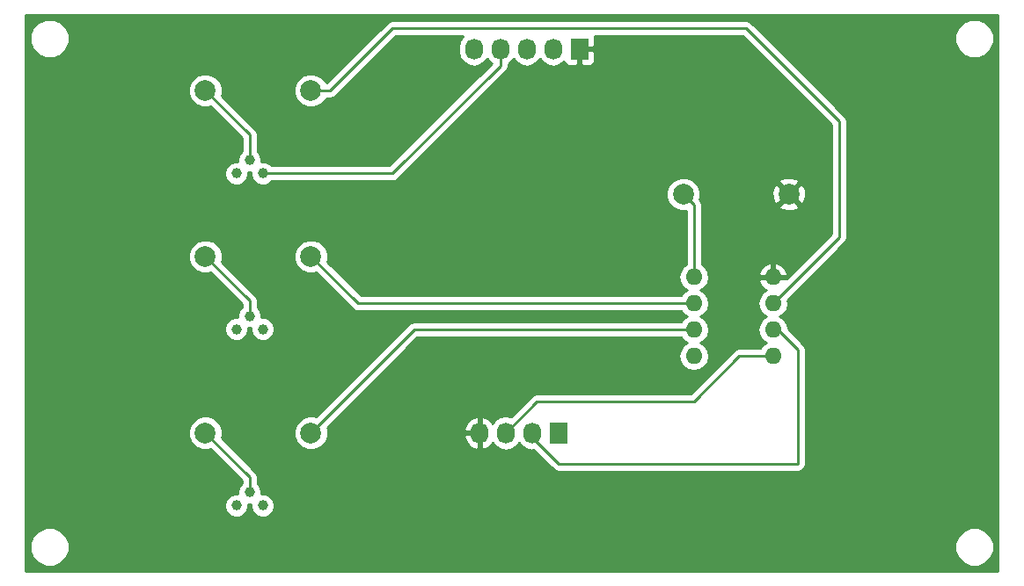
<source format=gbr>
G04 #@! TF.FileFunction,Copper,L1,Top,Signal*
%FSLAX46Y46*%
G04 Gerber Fmt 4.6, Leading zero omitted, Abs format (unit mm)*
G04 Created by KiCad (PCBNEW 4.0.5+dfsg1-4) date Sun Jul  1 16:29:06 2018*
%MOMM*%
%LPD*%
G01*
G04 APERTURE LIST*
%ADD10C,0.100000*%
%ADD11R,1.727200X2.032000*%
%ADD12O,1.727200X2.032000*%
%ADD13C,1.000760*%
%ADD14C,1.998980*%
%ADD15O,1.600000X1.600000*%
%ADD16C,0.250000*%
%ADD17C,0.254000*%
G04 APERTURE END LIST*
D10*
D11*
X82000000Y-26000000D03*
D12*
X79460000Y-26000000D03*
X76920000Y-26000000D03*
X74380000Y-26000000D03*
X71840000Y-26000000D03*
D13*
X50270000Y-68730000D03*
X51540000Y-70000000D03*
X49000000Y-70000000D03*
X50270000Y-51730000D03*
X51540000Y-53000000D03*
X49000000Y-53000000D03*
X50270000Y-36730000D03*
X51540000Y-38000000D03*
X49000000Y-38000000D03*
D14*
X46000000Y-63000000D03*
X56160000Y-63000000D03*
X46000000Y-46000000D03*
X56160000Y-46000000D03*
X46000000Y-30000000D03*
X56160000Y-30000000D03*
X92000000Y-40000000D03*
X102160000Y-40000000D03*
D15*
X93000000Y-48000000D03*
X93000000Y-50540000D03*
X93000000Y-53080000D03*
X93000000Y-55620000D03*
X100620000Y-55620000D03*
X100620000Y-53080000D03*
X100620000Y-50540000D03*
X100620000Y-48000000D03*
D11*
X80000000Y-63000000D03*
D12*
X77460000Y-63000000D03*
X74920000Y-63000000D03*
X72380000Y-63000000D03*
D16*
X93000000Y-48000000D02*
X93000000Y-41000000D01*
X93000000Y-41000000D02*
X92000000Y-40000000D01*
X93000000Y-50540000D02*
X60700000Y-50540000D01*
X60700000Y-50540000D02*
X56160000Y-46000000D01*
X93000000Y-53080000D02*
X66080000Y-53080000D01*
X66080000Y-53080000D02*
X56160000Y-63000000D01*
X100620000Y-55620000D02*
X97380000Y-55620000D01*
X77920000Y-60000000D02*
X74920000Y-63000000D01*
X93000000Y-60000000D02*
X77920000Y-60000000D01*
X97380000Y-55620000D02*
X93000000Y-60000000D01*
X100620000Y-53080000D02*
X101080000Y-53080000D01*
X101080000Y-53080000D02*
X103000000Y-55000000D01*
X80000000Y-66000000D02*
X77460000Y-63460000D01*
X103000000Y-66000000D02*
X80000000Y-66000000D01*
X103000000Y-55000000D02*
X103000000Y-66000000D01*
X77460000Y-63460000D02*
X77460000Y-63000000D01*
X100620000Y-53080000D02*
X100620000Y-53380000D01*
X56160000Y-30000000D02*
X58000000Y-30000000D01*
X107000000Y-44160000D02*
X100620000Y-50540000D01*
X107000000Y-33000000D02*
X107000000Y-44160000D01*
X98000000Y-24000000D02*
X107000000Y-33000000D01*
X64000000Y-24000000D02*
X98000000Y-24000000D01*
X58000000Y-30000000D02*
X64000000Y-24000000D01*
X100620000Y-48000000D02*
X100620000Y-41540000D01*
X100620000Y-41540000D02*
X102160000Y-40000000D01*
X50270000Y-68730000D02*
X50270000Y-67270000D01*
X50270000Y-67270000D02*
X46000000Y-63000000D01*
X50270000Y-51730000D02*
X50270000Y-50270000D01*
X50270000Y-50270000D02*
X46000000Y-46000000D01*
X50270000Y-36730000D02*
X50270000Y-34270000D01*
X50270000Y-34270000D02*
X46000000Y-30000000D01*
X74380000Y-26000000D02*
X74380000Y-27620000D01*
X64000000Y-38000000D02*
X51540000Y-38000000D01*
X74380000Y-27620000D02*
X64000000Y-38000000D01*
D17*
G36*
X122290000Y-76290000D02*
X28710000Y-76290000D01*
X28710000Y-74373305D01*
X29114674Y-74373305D01*
X29401043Y-75066372D01*
X29930839Y-75597093D01*
X30623405Y-75884672D01*
X31373305Y-75885326D01*
X32066372Y-75598957D01*
X32597093Y-75069161D01*
X32884672Y-74376595D01*
X32884674Y-74373305D01*
X118114674Y-74373305D01*
X118401043Y-75066372D01*
X118930839Y-75597093D01*
X119623405Y-75884672D01*
X120373305Y-75885326D01*
X121066372Y-75598957D01*
X121597093Y-75069161D01*
X121884672Y-74376595D01*
X121885326Y-73626695D01*
X121598957Y-72933628D01*
X121069161Y-72402907D01*
X120376595Y-72115328D01*
X119626695Y-72114674D01*
X118933628Y-72401043D01*
X118402907Y-72930839D01*
X118115328Y-73623405D01*
X118114674Y-74373305D01*
X32884674Y-74373305D01*
X32885326Y-73626695D01*
X32598957Y-72933628D01*
X32069161Y-72402907D01*
X31376595Y-72115328D01*
X30626695Y-72114674D01*
X29933628Y-72401043D01*
X29402907Y-72930839D01*
X29115328Y-73623405D01*
X29114674Y-74373305D01*
X28710000Y-74373305D01*
X28710000Y-63323694D01*
X44365226Y-63323694D01*
X44613538Y-63924655D01*
X45072927Y-64384846D01*
X45673453Y-64634206D01*
X46323694Y-64634774D01*
X46490889Y-64565691D01*
X49510000Y-67584802D01*
X49510000Y-67884405D01*
X49308033Y-68086019D01*
X49134818Y-68503168D01*
X49134503Y-68864737D01*
X48775150Y-68864424D01*
X48357699Y-69036911D01*
X48038033Y-69356019D01*
X47864818Y-69773168D01*
X47864424Y-70224850D01*
X48036911Y-70642301D01*
X48356019Y-70961967D01*
X48773168Y-71135182D01*
X49224850Y-71135576D01*
X49642301Y-70963089D01*
X49961967Y-70643981D01*
X50135182Y-70226832D01*
X50135497Y-69865263D01*
X50404737Y-69865497D01*
X50404424Y-70224850D01*
X50576911Y-70642301D01*
X50896019Y-70961967D01*
X51313168Y-71135182D01*
X51764850Y-71135576D01*
X52182301Y-70963089D01*
X52501967Y-70643981D01*
X52675182Y-70226832D01*
X52675576Y-69775150D01*
X52503089Y-69357699D01*
X52183981Y-69038033D01*
X51766832Y-68864818D01*
X51405263Y-68864503D01*
X51405576Y-68505150D01*
X51233089Y-68087699D01*
X51030000Y-67884255D01*
X51030000Y-67270000D01*
X50972148Y-66979161D01*
X50807401Y-66732599D01*
X47565885Y-63491083D01*
X47634206Y-63326547D01*
X47634774Y-62676306D01*
X47386462Y-62075345D01*
X46927073Y-61615154D01*
X46326547Y-61365794D01*
X45676306Y-61365226D01*
X45075345Y-61613538D01*
X44615154Y-62072927D01*
X44365794Y-62673453D01*
X44365226Y-63323694D01*
X28710000Y-63323694D01*
X28710000Y-46323694D01*
X44365226Y-46323694D01*
X44613538Y-46924655D01*
X45072927Y-47384846D01*
X45673453Y-47634206D01*
X46323694Y-47634774D01*
X46490889Y-47565691D01*
X49510000Y-50584802D01*
X49510000Y-50884405D01*
X49308033Y-51086019D01*
X49134818Y-51503168D01*
X49134503Y-51864737D01*
X48775150Y-51864424D01*
X48357699Y-52036911D01*
X48038033Y-52356019D01*
X47864818Y-52773168D01*
X47864424Y-53224850D01*
X48036911Y-53642301D01*
X48356019Y-53961967D01*
X48773168Y-54135182D01*
X49224850Y-54135576D01*
X49642301Y-53963089D01*
X49961967Y-53643981D01*
X50135182Y-53226832D01*
X50135497Y-52865263D01*
X50404737Y-52865497D01*
X50404424Y-53224850D01*
X50576911Y-53642301D01*
X50896019Y-53961967D01*
X51313168Y-54135182D01*
X51764850Y-54135576D01*
X52182301Y-53963089D01*
X52501967Y-53643981D01*
X52675182Y-53226832D01*
X52675576Y-52775150D01*
X52503089Y-52357699D01*
X52183981Y-52038033D01*
X51766832Y-51864818D01*
X51405263Y-51864503D01*
X51405576Y-51505150D01*
X51233089Y-51087699D01*
X51030000Y-50884255D01*
X51030000Y-50270000D01*
X50972148Y-49979161D01*
X50807401Y-49732599D01*
X47565885Y-46491083D01*
X47634206Y-46326547D01*
X47634208Y-46323694D01*
X54525226Y-46323694D01*
X54773538Y-46924655D01*
X55232927Y-47384846D01*
X55833453Y-47634206D01*
X56483694Y-47634774D01*
X56650889Y-47565691D01*
X60162599Y-51077401D01*
X60409161Y-51242148D01*
X60700000Y-51300000D01*
X91787005Y-51300000D01*
X91957189Y-51554698D01*
X92339275Y-51810000D01*
X91957189Y-52065302D01*
X91787005Y-52320000D01*
X66080000Y-52320000D01*
X65789161Y-52377852D01*
X65542599Y-52542599D01*
X56651083Y-61434115D01*
X56486547Y-61365794D01*
X55836306Y-61365226D01*
X55235345Y-61613538D01*
X54775154Y-62072927D01*
X54525794Y-62673453D01*
X54525226Y-63323694D01*
X54773538Y-63924655D01*
X55232927Y-64384846D01*
X55833453Y-64634206D01*
X56483694Y-64634774D01*
X57084655Y-64386462D01*
X57544846Y-63927073D01*
X57779520Y-63361913D01*
X70894816Y-63361913D01*
X71088046Y-63914320D01*
X71477964Y-64350732D01*
X72005209Y-64604709D01*
X72020974Y-64607358D01*
X72253000Y-64486217D01*
X72253000Y-63127000D01*
X71039076Y-63127000D01*
X70894816Y-63361913D01*
X57779520Y-63361913D01*
X57794206Y-63326547D01*
X57794774Y-62676306D01*
X57778983Y-62638087D01*
X70894816Y-62638087D01*
X71039076Y-62873000D01*
X72253000Y-62873000D01*
X72253000Y-61513783D01*
X72020974Y-61392642D01*
X72005209Y-61395291D01*
X71477964Y-61649268D01*
X71088046Y-62085680D01*
X70894816Y-62638087D01*
X57778983Y-62638087D01*
X57725691Y-62509111D01*
X66394802Y-53840000D01*
X91787005Y-53840000D01*
X91957189Y-54094698D01*
X92339275Y-54350000D01*
X91957189Y-54605302D01*
X91646120Y-55070849D01*
X91536887Y-55620000D01*
X91646120Y-56169151D01*
X91957189Y-56634698D01*
X92422736Y-56945767D01*
X92971887Y-57055000D01*
X93028113Y-57055000D01*
X93577264Y-56945767D01*
X94042811Y-56634698D01*
X94353880Y-56169151D01*
X94463113Y-55620000D01*
X94353880Y-55070849D01*
X94042811Y-54605302D01*
X93660725Y-54350000D01*
X94042811Y-54094698D01*
X94353880Y-53629151D01*
X94463113Y-53080000D01*
X94353880Y-52530849D01*
X94042811Y-52065302D01*
X93660725Y-51810000D01*
X94042811Y-51554698D01*
X94353880Y-51089151D01*
X94463113Y-50540000D01*
X94353880Y-49990849D01*
X94042811Y-49525302D01*
X93660725Y-49270000D01*
X94042811Y-49014698D01*
X94353880Y-48549151D01*
X94463113Y-48000000D01*
X94393685Y-47650961D01*
X99228096Y-47650961D01*
X99350085Y-47873000D01*
X100493000Y-47873000D01*
X100493000Y-46729371D01*
X100747000Y-46729371D01*
X100747000Y-47873000D01*
X101889915Y-47873000D01*
X102011904Y-47650961D01*
X101851041Y-47262577D01*
X101475134Y-46847611D01*
X100969041Y-46608086D01*
X100747000Y-46729371D01*
X100493000Y-46729371D01*
X100270959Y-46608086D01*
X99764866Y-46847611D01*
X99388959Y-47262577D01*
X99228096Y-47650961D01*
X94393685Y-47650961D01*
X94353880Y-47450849D01*
X94042811Y-46985302D01*
X93760000Y-46796333D01*
X93760000Y-41152163D01*
X101187443Y-41152163D01*
X101286042Y-41418965D01*
X101895582Y-41645401D01*
X102545377Y-41621341D01*
X103033958Y-41418965D01*
X103132557Y-41152163D01*
X102160000Y-40179605D01*
X101187443Y-41152163D01*
X93760000Y-41152163D01*
X93760000Y-41000000D01*
X93702148Y-40709161D01*
X93562262Y-40499807D01*
X93634206Y-40326547D01*
X93634722Y-39735582D01*
X100514599Y-39735582D01*
X100538659Y-40385377D01*
X100741035Y-40873958D01*
X101007837Y-40972557D01*
X101980395Y-40000000D01*
X102339605Y-40000000D01*
X103312163Y-40972557D01*
X103578965Y-40873958D01*
X103805401Y-40264418D01*
X103781341Y-39614623D01*
X103578965Y-39126042D01*
X103312163Y-39027443D01*
X102339605Y-40000000D01*
X101980395Y-40000000D01*
X101007837Y-39027443D01*
X100741035Y-39126042D01*
X100514599Y-39735582D01*
X93634722Y-39735582D01*
X93634774Y-39676306D01*
X93386462Y-39075345D01*
X93159351Y-38847837D01*
X101187443Y-38847837D01*
X102160000Y-39820395D01*
X103132557Y-38847837D01*
X103033958Y-38581035D01*
X102424418Y-38354599D01*
X101774623Y-38378659D01*
X101286042Y-38581035D01*
X101187443Y-38847837D01*
X93159351Y-38847837D01*
X92927073Y-38615154D01*
X92326547Y-38365794D01*
X91676306Y-38365226D01*
X91075345Y-38613538D01*
X90615154Y-39072927D01*
X90365794Y-39673453D01*
X90365226Y-40323694D01*
X90613538Y-40924655D01*
X91072927Y-41384846D01*
X91673453Y-41634206D01*
X92240000Y-41634701D01*
X92240000Y-46796333D01*
X91957189Y-46985302D01*
X91646120Y-47450849D01*
X91536887Y-48000000D01*
X91646120Y-48549151D01*
X91957189Y-49014698D01*
X92339275Y-49270000D01*
X91957189Y-49525302D01*
X91787005Y-49780000D01*
X61014802Y-49780000D01*
X57725885Y-46491083D01*
X57794206Y-46326547D01*
X57794774Y-45676306D01*
X57546462Y-45075345D01*
X57087073Y-44615154D01*
X56486547Y-44365794D01*
X55836306Y-44365226D01*
X55235345Y-44613538D01*
X54775154Y-45072927D01*
X54525794Y-45673453D01*
X54525226Y-46323694D01*
X47634208Y-46323694D01*
X47634774Y-45676306D01*
X47386462Y-45075345D01*
X46927073Y-44615154D01*
X46326547Y-44365794D01*
X45676306Y-44365226D01*
X45075345Y-44613538D01*
X44615154Y-45072927D01*
X44365794Y-45673453D01*
X44365226Y-46323694D01*
X28710000Y-46323694D01*
X28710000Y-30323694D01*
X44365226Y-30323694D01*
X44613538Y-30924655D01*
X45072927Y-31384846D01*
X45673453Y-31634206D01*
X46323694Y-31634774D01*
X46490889Y-31565691D01*
X49510000Y-34584802D01*
X49510000Y-35884405D01*
X49308033Y-36086019D01*
X49134818Y-36503168D01*
X49134503Y-36864737D01*
X48775150Y-36864424D01*
X48357699Y-37036911D01*
X48038033Y-37356019D01*
X47864818Y-37773168D01*
X47864424Y-38224850D01*
X48036911Y-38642301D01*
X48356019Y-38961967D01*
X48773168Y-39135182D01*
X49224850Y-39135576D01*
X49642301Y-38963089D01*
X49961967Y-38643981D01*
X50135182Y-38226832D01*
X50135497Y-37865263D01*
X50404737Y-37865497D01*
X50404424Y-38224850D01*
X50576911Y-38642301D01*
X50896019Y-38961967D01*
X51313168Y-39135182D01*
X51764850Y-39135576D01*
X52182301Y-38963089D01*
X52385745Y-38760000D01*
X64000000Y-38760000D01*
X64290839Y-38702148D01*
X64537401Y-38537401D01*
X74917401Y-28157401D01*
X75082148Y-27910839D01*
X75140000Y-27620000D01*
X75140000Y-27444648D01*
X75439670Y-27244415D01*
X75650000Y-26929634D01*
X75860330Y-27244415D01*
X76346511Y-27569271D01*
X76920000Y-27683345D01*
X77493489Y-27569271D01*
X77979670Y-27244415D01*
X78190000Y-26929634D01*
X78400330Y-27244415D01*
X78886511Y-27569271D01*
X79460000Y-27683345D01*
X80033489Y-27569271D01*
X80519670Y-27244415D01*
X80534500Y-27222220D01*
X80598073Y-27375698D01*
X80776701Y-27554327D01*
X81010090Y-27651000D01*
X81714250Y-27651000D01*
X81873000Y-27492250D01*
X81873000Y-26127000D01*
X82127000Y-26127000D01*
X82127000Y-27492250D01*
X82285750Y-27651000D01*
X82989910Y-27651000D01*
X83223299Y-27554327D01*
X83401927Y-27375698D01*
X83498600Y-27142309D01*
X83498600Y-26285750D01*
X83339850Y-26127000D01*
X82127000Y-26127000D01*
X81873000Y-26127000D01*
X81853000Y-26127000D01*
X81853000Y-25873000D01*
X81873000Y-25873000D01*
X81873000Y-25853000D01*
X82127000Y-25853000D01*
X82127000Y-25873000D01*
X83339850Y-25873000D01*
X83498600Y-25714250D01*
X83498600Y-24857691D01*
X83458135Y-24760000D01*
X97685198Y-24760000D01*
X106240000Y-33314802D01*
X106240000Y-43845198D01*
X101914127Y-48171071D01*
X101889915Y-48127000D01*
X100747000Y-48127000D01*
X100747000Y-48147000D01*
X100493000Y-48147000D01*
X100493000Y-48127000D01*
X99350085Y-48127000D01*
X99228096Y-48349039D01*
X99388959Y-48737423D01*
X99764866Y-49152389D01*
X99981703Y-49255014D01*
X99577189Y-49525302D01*
X99266120Y-49990849D01*
X99156887Y-50540000D01*
X99266120Y-51089151D01*
X99577189Y-51554698D01*
X99959275Y-51810000D01*
X99577189Y-52065302D01*
X99266120Y-52530849D01*
X99156887Y-53080000D01*
X99266120Y-53629151D01*
X99577189Y-54094698D01*
X99959275Y-54350000D01*
X99577189Y-54605302D01*
X99407005Y-54860000D01*
X97380000Y-54860000D01*
X97137414Y-54908254D01*
X97089160Y-54917852D01*
X96842599Y-55082599D01*
X92685198Y-59240000D01*
X77920000Y-59240000D01*
X77629161Y-59297852D01*
X77382599Y-59462599D01*
X75427579Y-61417619D01*
X74920000Y-61316655D01*
X74346511Y-61430729D01*
X73860330Y-61755585D01*
X73653539Y-62065069D01*
X73282036Y-61649268D01*
X72754791Y-61395291D01*
X72739026Y-61392642D01*
X72507000Y-61513783D01*
X72507000Y-62873000D01*
X72527000Y-62873000D01*
X72527000Y-63127000D01*
X72507000Y-63127000D01*
X72507000Y-64486217D01*
X72739026Y-64607358D01*
X72754791Y-64604709D01*
X73282036Y-64350732D01*
X73653539Y-63934931D01*
X73860330Y-64244415D01*
X74346511Y-64569271D01*
X74920000Y-64683345D01*
X75493489Y-64569271D01*
X75979670Y-64244415D01*
X76190000Y-63929634D01*
X76400330Y-64244415D01*
X76886511Y-64569271D01*
X77460000Y-64683345D01*
X77583898Y-64658700D01*
X79462599Y-66537401D01*
X79709160Y-66702148D01*
X79757414Y-66711746D01*
X80000000Y-66760000D01*
X103000000Y-66760000D01*
X103290839Y-66702148D01*
X103537401Y-66537401D01*
X103702148Y-66290839D01*
X103760000Y-66000000D01*
X103760000Y-55000000D01*
X103702148Y-54709161D01*
X103537401Y-54462599D01*
X102065312Y-52990510D01*
X101973880Y-52530849D01*
X101662811Y-52065302D01*
X101280725Y-51810000D01*
X101662811Y-51554698D01*
X101973880Y-51089151D01*
X102083113Y-50540000D01*
X102018688Y-50216114D01*
X107537401Y-44697401D01*
X107702148Y-44450839D01*
X107760000Y-44160000D01*
X107760000Y-33000000D01*
X107702148Y-32709161D01*
X107537401Y-32462599D01*
X100448107Y-25373305D01*
X118114674Y-25373305D01*
X118401043Y-26066372D01*
X118930839Y-26597093D01*
X119623405Y-26884672D01*
X120373305Y-26885326D01*
X121066372Y-26598957D01*
X121597093Y-26069161D01*
X121884672Y-25376595D01*
X121885326Y-24626695D01*
X121598957Y-23933628D01*
X121069161Y-23402907D01*
X120376595Y-23115328D01*
X119626695Y-23114674D01*
X118933628Y-23401043D01*
X118402907Y-23930839D01*
X118115328Y-24623405D01*
X118114674Y-25373305D01*
X100448107Y-25373305D01*
X98537401Y-23462599D01*
X98290839Y-23297852D01*
X98000000Y-23240000D01*
X64000000Y-23240000D01*
X63709160Y-23297852D01*
X63462599Y-23462599D01*
X57685198Y-29240000D01*
X57614496Y-29240000D01*
X57546462Y-29075345D01*
X57087073Y-28615154D01*
X56486547Y-28365794D01*
X55836306Y-28365226D01*
X55235345Y-28613538D01*
X54775154Y-29072927D01*
X54525794Y-29673453D01*
X54525226Y-30323694D01*
X54773538Y-30924655D01*
X55232927Y-31384846D01*
X55833453Y-31634206D01*
X56483694Y-31634774D01*
X57084655Y-31386462D01*
X57544846Y-30927073D01*
X57614221Y-30760000D01*
X58000000Y-30760000D01*
X58290839Y-30702148D01*
X58537401Y-30537401D01*
X64314802Y-24760000D01*
X70777380Y-24760000D01*
X70455474Y-25241766D01*
X70341400Y-25815255D01*
X70341400Y-26184745D01*
X70455474Y-26758234D01*
X70780330Y-27244415D01*
X71266511Y-27569271D01*
X71840000Y-27683345D01*
X72413489Y-27569271D01*
X72899670Y-27244415D01*
X73110000Y-26929634D01*
X73320330Y-27244415D01*
X73536406Y-27388792D01*
X63685198Y-37240000D01*
X52385595Y-37240000D01*
X52183981Y-37038033D01*
X51766832Y-36864818D01*
X51405263Y-36864503D01*
X51405576Y-36505150D01*
X51233089Y-36087699D01*
X51030000Y-35884255D01*
X51030000Y-34270000D01*
X50972148Y-33979161D01*
X50807401Y-33732599D01*
X47565885Y-30491083D01*
X47634206Y-30326547D01*
X47634774Y-29676306D01*
X47386462Y-29075345D01*
X46927073Y-28615154D01*
X46326547Y-28365794D01*
X45676306Y-28365226D01*
X45075345Y-28613538D01*
X44615154Y-29072927D01*
X44365794Y-29673453D01*
X44365226Y-30323694D01*
X28710000Y-30323694D01*
X28710000Y-25373305D01*
X29114674Y-25373305D01*
X29401043Y-26066372D01*
X29930839Y-26597093D01*
X30623405Y-26884672D01*
X31373305Y-26885326D01*
X32066372Y-26598957D01*
X32597093Y-26069161D01*
X32884672Y-25376595D01*
X32885326Y-24626695D01*
X32598957Y-23933628D01*
X32069161Y-23402907D01*
X31376595Y-23115328D01*
X30626695Y-23114674D01*
X29933628Y-23401043D01*
X29402907Y-23930839D01*
X29115328Y-24623405D01*
X29114674Y-25373305D01*
X28710000Y-25373305D01*
X28710000Y-22710000D01*
X122290000Y-22710000D01*
X122290000Y-76290000D01*
X122290000Y-76290000D01*
G37*
X122290000Y-76290000D02*
X28710000Y-76290000D01*
X28710000Y-74373305D01*
X29114674Y-74373305D01*
X29401043Y-75066372D01*
X29930839Y-75597093D01*
X30623405Y-75884672D01*
X31373305Y-75885326D01*
X32066372Y-75598957D01*
X32597093Y-75069161D01*
X32884672Y-74376595D01*
X32884674Y-74373305D01*
X118114674Y-74373305D01*
X118401043Y-75066372D01*
X118930839Y-75597093D01*
X119623405Y-75884672D01*
X120373305Y-75885326D01*
X121066372Y-75598957D01*
X121597093Y-75069161D01*
X121884672Y-74376595D01*
X121885326Y-73626695D01*
X121598957Y-72933628D01*
X121069161Y-72402907D01*
X120376595Y-72115328D01*
X119626695Y-72114674D01*
X118933628Y-72401043D01*
X118402907Y-72930839D01*
X118115328Y-73623405D01*
X118114674Y-74373305D01*
X32884674Y-74373305D01*
X32885326Y-73626695D01*
X32598957Y-72933628D01*
X32069161Y-72402907D01*
X31376595Y-72115328D01*
X30626695Y-72114674D01*
X29933628Y-72401043D01*
X29402907Y-72930839D01*
X29115328Y-73623405D01*
X29114674Y-74373305D01*
X28710000Y-74373305D01*
X28710000Y-63323694D01*
X44365226Y-63323694D01*
X44613538Y-63924655D01*
X45072927Y-64384846D01*
X45673453Y-64634206D01*
X46323694Y-64634774D01*
X46490889Y-64565691D01*
X49510000Y-67584802D01*
X49510000Y-67884405D01*
X49308033Y-68086019D01*
X49134818Y-68503168D01*
X49134503Y-68864737D01*
X48775150Y-68864424D01*
X48357699Y-69036911D01*
X48038033Y-69356019D01*
X47864818Y-69773168D01*
X47864424Y-70224850D01*
X48036911Y-70642301D01*
X48356019Y-70961967D01*
X48773168Y-71135182D01*
X49224850Y-71135576D01*
X49642301Y-70963089D01*
X49961967Y-70643981D01*
X50135182Y-70226832D01*
X50135497Y-69865263D01*
X50404737Y-69865497D01*
X50404424Y-70224850D01*
X50576911Y-70642301D01*
X50896019Y-70961967D01*
X51313168Y-71135182D01*
X51764850Y-71135576D01*
X52182301Y-70963089D01*
X52501967Y-70643981D01*
X52675182Y-70226832D01*
X52675576Y-69775150D01*
X52503089Y-69357699D01*
X52183981Y-69038033D01*
X51766832Y-68864818D01*
X51405263Y-68864503D01*
X51405576Y-68505150D01*
X51233089Y-68087699D01*
X51030000Y-67884255D01*
X51030000Y-67270000D01*
X50972148Y-66979161D01*
X50807401Y-66732599D01*
X47565885Y-63491083D01*
X47634206Y-63326547D01*
X47634774Y-62676306D01*
X47386462Y-62075345D01*
X46927073Y-61615154D01*
X46326547Y-61365794D01*
X45676306Y-61365226D01*
X45075345Y-61613538D01*
X44615154Y-62072927D01*
X44365794Y-62673453D01*
X44365226Y-63323694D01*
X28710000Y-63323694D01*
X28710000Y-46323694D01*
X44365226Y-46323694D01*
X44613538Y-46924655D01*
X45072927Y-47384846D01*
X45673453Y-47634206D01*
X46323694Y-47634774D01*
X46490889Y-47565691D01*
X49510000Y-50584802D01*
X49510000Y-50884405D01*
X49308033Y-51086019D01*
X49134818Y-51503168D01*
X49134503Y-51864737D01*
X48775150Y-51864424D01*
X48357699Y-52036911D01*
X48038033Y-52356019D01*
X47864818Y-52773168D01*
X47864424Y-53224850D01*
X48036911Y-53642301D01*
X48356019Y-53961967D01*
X48773168Y-54135182D01*
X49224850Y-54135576D01*
X49642301Y-53963089D01*
X49961967Y-53643981D01*
X50135182Y-53226832D01*
X50135497Y-52865263D01*
X50404737Y-52865497D01*
X50404424Y-53224850D01*
X50576911Y-53642301D01*
X50896019Y-53961967D01*
X51313168Y-54135182D01*
X51764850Y-54135576D01*
X52182301Y-53963089D01*
X52501967Y-53643981D01*
X52675182Y-53226832D01*
X52675576Y-52775150D01*
X52503089Y-52357699D01*
X52183981Y-52038033D01*
X51766832Y-51864818D01*
X51405263Y-51864503D01*
X51405576Y-51505150D01*
X51233089Y-51087699D01*
X51030000Y-50884255D01*
X51030000Y-50270000D01*
X50972148Y-49979161D01*
X50807401Y-49732599D01*
X47565885Y-46491083D01*
X47634206Y-46326547D01*
X47634208Y-46323694D01*
X54525226Y-46323694D01*
X54773538Y-46924655D01*
X55232927Y-47384846D01*
X55833453Y-47634206D01*
X56483694Y-47634774D01*
X56650889Y-47565691D01*
X60162599Y-51077401D01*
X60409161Y-51242148D01*
X60700000Y-51300000D01*
X91787005Y-51300000D01*
X91957189Y-51554698D01*
X92339275Y-51810000D01*
X91957189Y-52065302D01*
X91787005Y-52320000D01*
X66080000Y-52320000D01*
X65789161Y-52377852D01*
X65542599Y-52542599D01*
X56651083Y-61434115D01*
X56486547Y-61365794D01*
X55836306Y-61365226D01*
X55235345Y-61613538D01*
X54775154Y-62072927D01*
X54525794Y-62673453D01*
X54525226Y-63323694D01*
X54773538Y-63924655D01*
X55232927Y-64384846D01*
X55833453Y-64634206D01*
X56483694Y-64634774D01*
X57084655Y-64386462D01*
X57544846Y-63927073D01*
X57779520Y-63361913D01*
X70894816Y-63361913D01*
X71088046Y-63914320D01*
X71477964Y-64350732D01*
X72005209Y-64604709D01*
X72020974Y-64607358D01*
X72253000Y-64486217D01*
X72253000Y-63127000D01*
X71039076Y-63127000D01*
X70894816Y-63361913D01*
X57779520Y-63361913D01*
X57794206Y-63326547D01*
X57794774Y-62676306D01*
X57778983Y-62638087D01*
X70894816Y-62638087D01*
X71039076Y-62873000D01*
X72253000Y-62873000D01*
X72253000Y-61513783D01*
X72020974Y-61392642D01*
X72005209Y-61395291D01*
X71477964Y-61649268D01*
X71088046Y-62085680D01*
X70894816Y-62638087D01*
X57778983Y-62638087D01*
X57725691Y-62509111D01*
X66394802Y-53840000D01*
X91787005Y-53840000D01*
X91957189Y-54094698D01*
X92339275Y-54350000D01*
X91957189Y-54605302D01*
X91646120Y-55070849D01*
X91536887Y-55620000D01*
X91646120Y-56169151D01*
X91957189Y-56634698D01*
X92422736Y-56945767D01*
X92971887Y-57055000D01*
X93028113Y-57055000D01*
X93577264Y-56945767D01*
X94042811Y-56634698D01*
X94353880Y-56169151D01*
X94463113Y-55620000D01*
X94353880Y-55070849D01*
X94042811Y-54605302D01*
X93660725Y-54350000D01*
X94042811Y-54094698D01*
X94353880Y-53629151D01*
X94463113Y-53080000D01*
X94353880Y-52530849D01*
X94042811Y-52065302D01*
X93660725Y-51810000D01*
X94042811Y-51554698D01*
X94353880Y-51089151D01*
X94463113Y-50540000D01*
X94353880Y-49990849D01*
X94042811Y-49525302D01*
X93660725Y-49270000D01*
X94042811Y-49014698D01*
X94353880Y-48549151D01*
X94463113Y-48000000D01*
X94393685Y-47650961D01*
X99228096Y-47650961D01*
X99350085Y-47873000D01*
X100493000Y-47873000D01*
X100493000Y-46729371D01*
X100747000Y-46729371D01*
X100747000Y-47873000D01*
X101889915Y-47873000D01*
X102011904Y-47650961D01*
X101851041Y-47262577D01*
X101475134Y-46847611D01*
X100969041Y-46608086D01*
X100747000Y-46729371D01*
X100493000Y-46729371D01*
X100270959Y-46608086D01*
X99764866Y-46847611D01*
X99388959Y-47262577D01*
X99228096Y-47650961D01*
X94393685Y-47650961D01*
X94353880Y-47450849D01*
X94042811Y-46985302D01*
X93760000Y-46796333D01*
X93760000Y-41152163D01*
X101187443Y-41152163D01*
X101286042Y-41418965D01*
X101895582Y-41645401D01*
X102545377Y-41621341D01*
X103033958Y-41418965D01*
X103132557Y-41152163D01*
X102160000Y-40179605D01*
X101187443Y-41152163D01*
X93760000Y-41152163D01*
X93760000Y-41000000D01*
X93702148Y-40709161D01*
X93562262Y-40499807D01*
X93634206Y-40326547D01*
X93634722Y-39735582D01*
X100514599Y-39735582D01*
X100538659Y-40385377D01*
X100741035Y-40873958D01*
X101007837Y-40972557D01*
X101980395Y-40000000D01*
X102339605Y-40000000D01*
X103312163Y-40972557D01*
X103578965Y-40873958D01*
X103805401Y-40264418D01*
X103781341Y-39614623D01*
X103578965Y-39126042D01*
X103312163Y-39027443D01*
X102339605Y-40000000D01*
X101980395Y-40000000D01*
X101007837Y-39027443D01*
X100741035Y-39126042D01*
X100514599Y-39735582D01*
X93634722Y-39735582D01*
X93634774Y-39676306D01*
X93386462Y-39075345D01*
X93159351Y-38847837D01*
X101187443Y-38847837D01*
X102160000Y-39820395D01*
X103132557Y-38847837D01*
X103033958Y-38581035D01*
X102424418Y-38354599D01*
X101774623Y-38378659D01*
X101286042Y-38581035D01*
X101187443Y-38847837D01*
X93159351Y-38847837D01*
X92927073Y-38615154D01*
X92326547Y-38365794D01*
X91676306Y-38365226D01*
X91075345Y-38613538D01*
X90615154Y-39072927D01*
X90365794Y-39673453D01*
X90365226Y-40323694D01*
X90613538Y-40924655D01*
X91072927Y-41384846D01*
X91673453Y-41634206D01*
X92240000Y-41634701D01*
X92240000Y-46796333D01*
X91957189Y-46985302D01*
X91646120Y-47450849D01*
X91536887Y-48000000D01*
X91646120Y-48549151D01*
X91957189Y-49014698D01*
X92339275Y-49270000D01*
X91957189Y-49525302D01*
X91787005Y-49780000D01*
X61014802Y-49780000D01*
X57725885Y-46491083D01*
X57794206Y-46326547D01*
X57794774Y-45676306D01*
X57546462Y-45075345D01*
X57087073Y-44615154D01*
X56486547Y-44365794D01*
X55836306Y-44365226D01*
X55235345Y-44613538D01*
X54775154Y-45072927D01*
X54525794Y-45673453D01*
X54525226Y-46323694D01*
X47634208Y-46323694D01*
X47634774Y-45676306D01*
X47386462Y-45075345D01*
X46927073Y-44615154D01*
X46326547Y-44365794D01*
X45676306Y-44365226D01*
X45075345Y-44613538D01*
X44615154Y-45072927D01*
X44365794Y-45673453D01*
X44365226Y-46323694D01*
X28710000Y-46323694D01*
X28710000Y-30323694D01*
X44365226Y-30323694D01*
X44613538Y-30924655D01*
X45072927Y-31384846D01*
X45673453Y-31634206D01*
X46323694Y-31634774D01*
X46490889Y-31565691D01*
X49510000Y-34584802D01*
X49510000Y-35884405D01*
X49308033Y-36086019D01*
X49134818Y-36503168D01*
X49134503Y-36864737D01*
X48775150Y-36864424D01*
X48357699Y-37036911D01*
X48038033Y-37356019D01*
X47864818Y-37773168D01*
X47864424Y-38224850D01*
X48036911Y-38642301D01*
X48356019Y-38961967D01*
X48773168Y-39135182D01*
X49224850Y-39135576D01*
X49642301Y-38963089D01*
X49961967Y-38643981D01*
X50135182Y-38226832D01*
X50135497Y-37865263D01*
X50404737Y-37865497D01*
X50404424Y-38224850D01*
X50576911Y-38642301D01*
X50896019Y-38961967D01*
X51313168Y-39135182D01*
X51764850Y-39135576D01*
X52182301Y-38963089D01*
X52385745Y-38760000D01*
X64000000Y-38760000D01*
X64290839Y-38702148D01*
X64537401Y-38537401D01*
X74917401Y-28157401D01*
X75082148Y-27910839D01*
X75140000Y-27620000D01*
X75140000Y-27444648D01*
X75439670Y-27244415D01*
X75650000Y-26929634D01*
X75860330Y-27244415D01*
X76346511Y-27569271D01*
X76920000Y-27683345D01*
X77493489Y-27569271D01*
X77979670Y-27244415D01*
X78190000Y-26929634D01*
X78400330Y-27244415D01*
X78886511Y-27569271D01*
X79460000Y-27683345D01*
X80033489Y-27569271D01*
X80519670Y-27244415D01*
X80534500Y-27222220D01*
X80598073Y-27375698D01*
X80776701Y-27554327D01*
X81010090Y-27651000D01*
X81714250Y-27651000D01*
X81873000Y-27492250D01*
X81873000Y-26127000D01*
X82127000Y-26127000D01*
X82127000Y-27492250D01*
X82285750Y-27651000D01*
X82989910Y-27651000D01*
X83223299Y-27554327D01*
X83401927Y-27375698D01*
X83498600Y-27142309D01*
X83498600Y-26285750D01*
X83339850Y-26127000D01*
X82127000Y-26127000D01*
X81873000Y-26127000D01*
X81853000Y-26127000D01*
X81853000Y-25873000D01*
X81873000Y-25873000D01*
X81873000Y-25853000D01*
X82127000Y-25853000D01*
X82127000Y-25873000D01*
X83339850Y-25873000D01*
X83498600Y-25714250D01*
X83498600Y-24857691D01*
X83458135Y-24760000D01*
X97685198Y-24760000D01*
X106240000Y-33314802D01*
X106240000Y-43845198D01*
X101914127Y-48171071D01*
X101889915Y-48127000D01*
X100747000Y-48127000D01*
X100747000Y-48147000D01*
X100493000Y-48147000D01*
X100493000Y-48127000D01*
X99350085Y-48127000D01*
X99228096Y-48349039D01*
X99388959Y-48737423D01*
X99764866Y-49152389D01*
X99981703Y-49255014D01*
X99577189Y-49525302D01*
X99266120Y-49990849D01*
X99156887Y-50540000D01*
X99266120Y-51089151D01*
X99577189Y-51554698D01*
X99959275Y-51810000D01*
X99577189Y-52065302D01*
X99266120Y-52530849D01*
X99156887Y-53080000D01*
X99266120Y-53629151D01*
X99577189Y-54094698D01*
X99959275Y-54350000D01*
X99577189Y-54605302D01*
X99407005Y-54860000D01*
X97380000Y-54860000D01*
X97137414Y-54908254D01*
X97089160Y-54917852D01*
X96842599Y-55082599D01*
X92685198Y-59240000D01*
X77920000Y-59240000D01*
X77629161Y-59297852D01*
X77382599Y-59462599D01*
X75427579Y-61417619D01*
X74920000Y-61316655D01*
X74346511Y-61430729D01*
X73860330Y-61755585D01*
X73653539Y-62065069D01*
X73282036Y-61649268D01*
X72754791Y-61395291D01*
X72739026Y-61392642D01*
X72507000Y-61513783D01*
X72507000Y-62873000D01*
X72527000Y-62873000D01*
X72527000Y-63127000D01*
X72507000Y-63127000D01*
X72507000Y-64486217D01*
X72739026Y-64607358D01*
X72754791Y-64604709D01*
X73282036Y-64350732D01*
X73653539Y-63934931D01*
X73860330Y-64244415D01*
X74346511Y-64569271D01*
X74920000Y-64683345D01*
X75493489Y-64569271D01*
X75979670Y-64244415D01*
X76190000Y-63929634D01*
X76400330Y-64244415D01*
X76886511Y-64569271D01*
X77460000Y-64683345D01*
X77583898Y-64658700D01*
X79462599Y-66537401D01*
X79709160Y-66702148D01*
X79757414Y-66711746D01*
X80000000Y-66760000D01*
X103000000Y-66760000D01*
X103290839Y-66702148D01*
X103537401Y-66537401D01*
X103702148Y-66290839D01*
X103760000Y-66000000D01*
X103760000Y-55000000D01*
X103702148Y-54709161D01*
X103537401Y-54462599D01*
X102065312Y-52990510D01*
X101973880Y-52530849D01*
X101662811Y-52065302D01*
X101280725Y-51810000D01*
X101662811Y-51554698D01*
X101973880Y-51089151D01*
X102083113Y-50540000D01*
X102018688Y-50216114D01*
X107537401Y-44697401D01*
X107702148Y-44450839D01*
X107760000Y-44160000D01*
X107760000Y-33000000D01*
X107702148Y-32709161D01*
X107537401Y-32462599D01*
X100448107Y-25373305D01*
X118114674Y-25373305D01*
X118401043Y-26066372D01*
X118930839Y-26597093D01*
X119623405Y-26884672D01*
X120373305Y-26885326D01*
X121066372Y-26598957D01*
X121597093Y-26069161D01*
X121884672Y-25376595D01*
X121885326Y-24626695D01*
X121598957Y-23933628D01*
X121069161Y-23402907D01*
X120376595Y-23115328D01*
X119626695Y-23114674D01*
X118933628Y-23401043D01*
X118402907Y-23930839D01*
X118115328Y-24623405D01*
X118114674Y-25373305D01*
X100448107Y-25373305D01*
X98537401Y-23462599D01*
X98290839Y-23297852D01*
X98000000Y-23240000D01*
X64000000Y-23240000D01*
X63709160Y-23297852D01*
X63462599Y-23462599D01*
X57685198Y-29240000D01*
X57614496Y-29240000D01*
X57546462Y-29075345D01*
X57087073Y-28615154D01*
X56486547Y-28365794D01*
X55836306Y-28365226D01*
X55235345Y-28613538D01*
X54775154Y-29072927D01*
X54525794Y-29673453D01*
X54525226Y-30323694D01*
X54773538Y-30924655D01*
X55232927Y-31384846D01*
X55833453Y-31634206D01*
X56483694Y-31634774D01*
X57084655Y-31386462D01*
X57544846Y-30927073D01*
X57614221Y-30760000D01*
X58000000Y-30760000D01*
X58290839Y-30702148D01*
X58537401Y-30537401D01*
X64314802Y-24760000D01*
X70777380Y-24760000D01*
X70455474Y-25241766D01*
X70341400Y-25815255D01*
X70341400Y-26184745D01*
X70455474Y-26758234D01*
X70780330Y-27244415D01*
X71266511Y-27569271D01*
X71840000Y-27683345D01*
X72413489Y-27569271D01*
X72899670Y-27244415D01*
X73110000Y-26929634D01*
X73320330Y-27244415D01*
X73536406Y-27388792D01*
X63685198Y-37240000D01*
X52385595Y-37240000D01*
X52183981Y-37038033D01*
X51766832Y-36864818D01*
X51405263Y-36864503D01*
X51405576Y-36505150D01*
X51233089Y-36087699D01*
X51030000Y-35884255D01*
X51030000Y-34270000D01*
X50972148Y-33979161D01*
X50807401Y-33732599D01*
X47565885Y-30491083D01*
X47634206Y-30326547D01*
X47634774Y-29676306D01*
X47386462Y-29075345D01*
X46927073Y-28615154D01*
X46326547Y-28365794D01*
X45676306Y-28365226D01*
X45075345Y-28613538D01*
X44615154Y-29072927D01*
X44365794Y-29673453D01*
X44365226Y-30323694D01*
X28710000Y-30323694D01*
X28710000Y-25373305D01*
X29114674Y-25373305D01*
X29401043Y-26066372D01*
X29930839Y-26597093D01*
X30623405Y-26884672D01*
X31373305Y-26885326D01*
X32066372Y-26598957D01*
X32597093Y-26069161D01*
X32884672Y-25376595D01*
X32885326Y-24626695D01*
X32598957Y-23933628D01*
X32069161Y-23402907D01*
X31376595Y-23115328D01*
X30626695Y-23114674D01*
X29933628Y-23401043D01*
X29402907Y-23930839D01*
X29115328Y-24623405D01*
X29114674Y-25373305D01*
X28710000Y-25373305D01*
X28710000Y-22710000D01*
X122290000Y-22710000D01*
X122290000Y-76290000D01*
M02*

</source>
